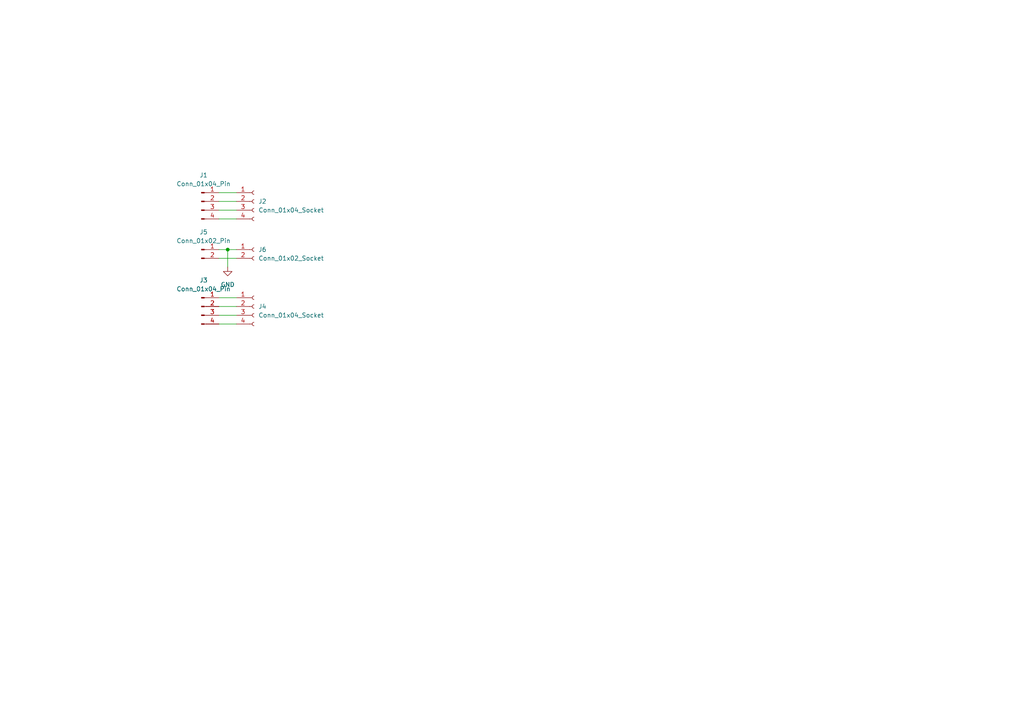
<source format=kicad_sch>
(kicad_sch (version 20231120) (generator "eeschema") (generator_version "8.0")
  (paper "A4")
  (lib_symbols
    (symbol "Connector:Conn_01x02_Pin" (pin_names (offset 1.016) hide)
      (property "Reference" "J" (at 0 2.54 0))
      (property "Value" "Conn_01x02_Pin" (at 0 -5.08 0))
      (symbol "Conn_01x02_Pin_1_1"
        (polyline (pts (xy 1.27 -2.54) (xy 0.8636 -2.54)) (stroke (width 0.1524)))
        (polyline (pts (xy 1.27 0) (xy 0.8636 0)) (stroke (width 0.1524)))
        (rectangle (start 0.8636 -2.413) (end 0 -2.667) (stroke (width 0.1524)) (fill (type outline)))
        (rectangle (start 0.8636 0.127) (end 0 -0.127) (stroke (width 0.1524)) (fill (type outline)))
        (pin passive line (at 5.08 0 180) (length 3.81) (name "Pin_1") (number "1"))
        (pin passive line (at 5.08 -2.54 180) (length 3.81) (name "Pin_2") (number "2"))
      )
    )
    (symbol "Connector:Conn_01x02_Socket" (pin_names (offset 1.016) hide)
      (property "Reference" "J" (at 0 2.54 0))
      (property "Value" "Conn_01x02_Socket" (at 0 -5.08 0))
      (symbol "Conn_01x02_Socket_1_1"
        (arc (start 0 -2.032) (mid -0.5058 -2.54) (end 0 -3.048) (stroke (width 0.1524)))
        (polyline (pts (xy -1.27 -2.54) (xy -0.508 -2.54)) (stroke (width 0.1524)))
        (polyline (pts (xy -1.27 0) (xy -0.508 0)) (stroke (width 0.1524)))
        (arc (start 0 0.508) (mid -0.5058 0) (end 0 -0.508) (stroke (width 0.1524)))
        (pin passive line (at -5.08 0 0) (length 3.81) (name "Pin_1") (number "1"))
        (pin passive line (at -5.08 -2.54 0) (length 3.81) (name "Pin_2") (number "2"))
      )
    )
    (symbol "Connector:Conn_01x04_Pin" (pin_names (offset 1.016) hide)
      (property "Reference" "J" (at 0 5.08 0))
      (property "Value" "Conn_01x04_Pin" (at 0 -7.62 0))
      (symbol "Conn_01x04_Pin_1_1"
        (polyline (pts (xy 1.27 -5.08) (xy 0.8636 -5.08)) (stroke (width 0.1524)))
        (polyline (pts (xy 1.27 -2.54) (xy 0.8636 -2.54)) (stroke (width 0.1524)))
        (polyline (pts (xy 1.27 0) (xy 0.8636 0)) (stroke (width 0.1524)))
        (polyline (pts (xy 1.27 2.54) (xy 0.8636 2.54)) (stroke (width 0.1524)))
        (rectangle (start 0.8636 -4.953) (end 0 -5.207) (stroke (width 0.1524)) (fill (type outline)))
        (rectangle (start 0.8636 -2.413) (end 0 -2.667) (stroke (width 0.1524)) (fill (type outline)))
        (rectangle (start 0.8636 0.127) (end 0 -0.127) (stroke (width 0.1524)) (fill (type outline)))
        (rectangle (start 0.8636 2.667) (end 0 2.413) (stroke (width 0.1524)) (fill (type outline)))
        (pin passive line (at 5.08 2.54 180) (length 3.81) (name "Pin_1") (number "1"))
        (pin passive line (at 5.08 0 180) (length 3.81) (name "Pin_2") (number "2"))
        (pin passive line (at 5.08 -2.54 180) (length 3.81) (name "Pin_3") (number "3"))
        (pin passive line (at 5.08 -5.08 180) (length 3.81) (name "Pin_4") (number "4"))
      )
    )
    (symbol "Connector:Conn_01x04_Socket" (pin_names (offset 1.016) hide)
      (property "Reference" "J" (at 0 5.08 0))
      (property "Value" "Conn_01x04_Socket" (at 0 -7.62 0))
      (symbol "Conn_01x04_Socket_1_1"
        (arc (start 0 -4.572) (mid -0.5058 -5.08) (end 0 -5.588) (stroke (width 0.1524)))
        (arc (start 0 -2.032) (mid -0.5058 -2.54) (end 0 -3.048) (stroke (width 0.1524)))
        (polyline (pts (xy -1.27 -5.08) (xy -0.508 -5.08)) (stroke (width 0.1524)))
        (polyline (pts (xy -1.27 -2.54) (xy -0.508 -2.54)) (stroke (width 0.1524)))
        (polyline (pts (xy -1.27 0) (xy -0.508 0)) (stroke (width 0.1524)))
        (polyline (pts (xy -1.27 2.54) (xy -0.508 2.54)) (stroke (width 0.1524)))
        (arc (start 0 0.508) (mid -0.5058 0) (end 0 -0.508) (stroke (width 0.1524)))
        (arc (start 0 3.048) (mid -0.5058 2.54) (end 0 2.032) (stroke (width 0.1524)))
        (pin passive line (at -5.08 2.54 0) (length 3.81) (name "Pin_1") (number "1"))
        (pin passive line (at -5.08 0 0) (length 3.81) (name "Pin_2") (number "2"))
        (pin passive line (at -5.08 -2.54 0) (length 3.81) (name "Pin_3") (number "3"))
        (pin passive line (at -5.08 -5.08 0) (length 3.81) (name "Pin_4") (number "4"))
      )
    )
    (symbol "power:GND" (power) (pin_numbers hide) (pin_names (offset 0) hide)
      (property "Value" "GND" (at 0 -3.81 0))
      (symbol "GND_0_1"
        (polyline (pts (xy 0 0) (xy 0 -1.27) (xy 1.27 -1.27) (xy 0 -2.54) (xy -1.27 -1.27) (xy 0 -1.27)))
      )
      (symbol "GND_1_1"
        (pin power_in line (at 0 0 270) (length 0) (name "~") (number "1"))
      )
    )
  )
  (junction (at 66.04 72.39))
  (wire (pts (xy 68.58 93.98) (xy 63.5 93.98)))
  (wire (pts (xy 66.04 72.39) (xy 66.04 77.47)))
  (wire (pts (xy 68.58 58.42) (xy 63.5 58.42)))
  (wire (pts (xy 66.04 72.39) (xy 63.5 72.39)))
  (wire (pts (xy 68.58 72.39) (xy 66.04 72.39)))
  (wire (pts (xy 68.58 63.5) (xy 63.5 63.5)))
  (wire (pts (xy 68.58 74.93) (xy 63.5 74.93)))
  (wire (pts (xy 68.58 86.36) (xy 63.5 86.36)))
  (wire (pts (xy 68.58 55.88) (xy 63.5 55.88)))
  (wire (pts (xy 68.58 91.44) (xy 63.5 91.44)))
  (wire (pts (xy 68.58 60.96) (xy 63.5 60.96)))
  (wire (pts (xy 68.58 88.9) (xy 63.5 88.9)))
  (symbol (lib_id "Connector:Conn_01x02_Pin") (at 58.42 72.39 0) (unit 1)
    (property "Reference" "J5" (at 59.055 67.31 0))
    (property "Value" "Conn_01x02_Pin" (at 59.055 69.85 0))
    (property "Footprint" "Connector_JST:JST_VH_B2P-VH_1x02_P3.96mm_Vertical" (effects (hide yes)))
    (property "Description" "Generic connector, single row, 01x02, script generated" (effects (hide yes)))
  )
  (symbol (lib_id "Connector:Conn_01x02_Socket") (at 73.66 72.39 0) (unit 1)
    (property "Reference" "J6" (at 74.93 72.3899 0) (effects (justify left)))
    (property "Value" "Conn_01x02_Socket" (at 74.93 74.9299 0) (effects (justify left)))
    (property "Footprint" "Connector_Phoenix_MC:PhoenixContact_MCV_1,5_2-G-3.81_1x02_P3.81mm_Vertical" (effects (hide yes)))
    (property "Description" "Generic connector, single row, 01x02, script generated" (effects (hide yes)))
  )
  (symbol (lib_id "power:GND") (at 66.04 77.47 0) (unit 1)
    (property "Reference" "#PWR01" (effects (hide yes)))
    (property "Value" "GND" (at 66.04 82.55 0))
    (property "Description" "Power symbol creates a global label with name \"GND\" , ground" (effects (hide yes)))
  )
  (symbol (lib_id "Connector:Conn_01x04_Socket") (at 73.66 88.9 0) (unit 1)
    (property "Reference" "J4" (at 74.93 88.8999 0) (effects (justify left)))
    (property "Value" "Conn_01x04_Socket" (at 74.93 91.4399 0) (effects (justify left)))
    (property "Footprint" "Connector_JST:JST_XA_B04B-XASK-1_1x04_P2.50mm_Vertical" (effects (hide yes)))
    (property "Description" "Generic connector, single row, 01x04, script generated" (effects (hide yes)))
  )
  (symbol (lib_id "Connector:Conn_01x04_Pin") (at 58.42 88.9 0) (unit 1)
    (property "Reference" "J3" (at 59.055 81.28 0))
    (property "Value" "Conn_01x04_Pin" (at 59.055 83.82 0))
    (property "Footprint" "Connector_JST:JST_VH_B4P-VH_1x04_P3.96mm_Vertical" (effects (hide yes)))
    (property "Description" "Generic connector, single row, 01x04, script generated" (effects (hide yes)))
  )
  (symbol (lib_id "Connector:Conn_01x04_Socket") (at 73.66 58.42 0) (unit 1)
    (property "Reference" "J2" (at 74.93 58.4199 0) (effects (justify left)))
    (property "Value" "Conn_01x04_Socket" (at 74.93 60.9599 0) (effects (justify left)))
    (property "Footprint" "Connector_JST:JST_XA_B04B-XASK-1_1x04_P2.50mm_Vertical" (effects (hide yes)))
    (property "Description" "Generic connector, single row, 01x04, script generated" (effects (hide yes)))
  )
  (symbol (lib_id "Connector:Conn_01x04_Pin") (at 58.42 58.42 0) (unit 1)
    (property "Reference" "J1" (at 59.055 50.8 0))
    (property "Value" "Conn_01x04_Pin" (at 59.055 53.34 0))
    (property "Footprint" "Connector_JST:JST_VH_B4P-VH_1x04_P3.96mm_Vertical" (effects (hide yes)))
    (property "Description" "Generic connector, single row, 01x04, script generated" (effects (hide yes)))
  )
)
</source>
